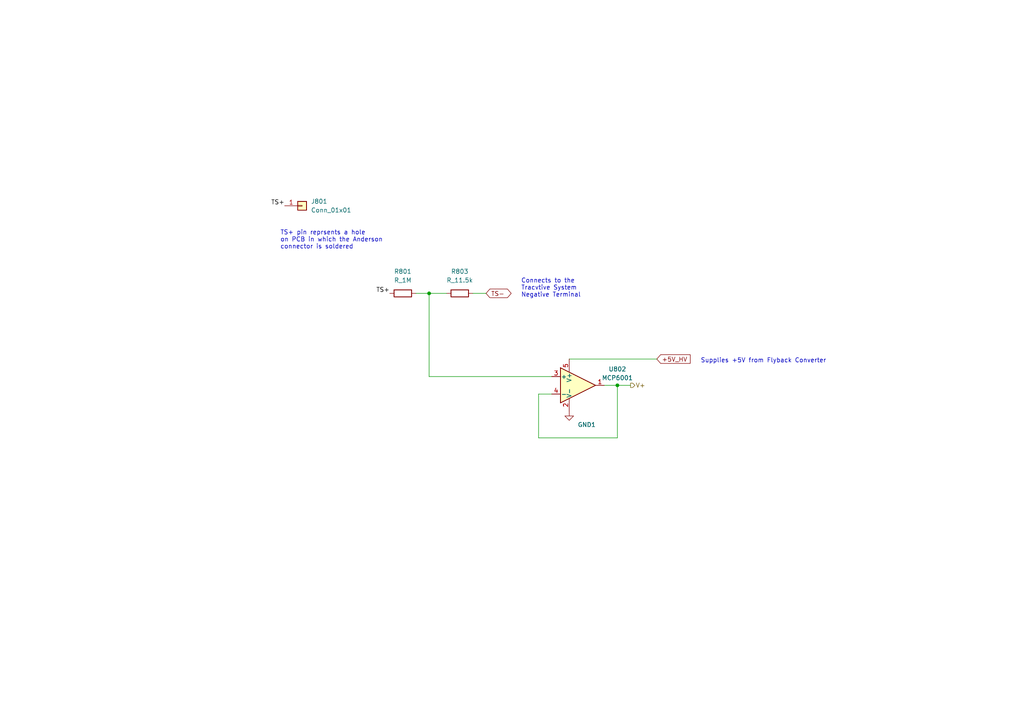
<source format=kicad_sch>
(kicad_sch (version 20211123) (generator eeschema)
  (paper "A4")
  (lib_symbols
    (symbol "Connector_Generic:Conn_01x01" (pin_names (offset 1.016) hide)
      (property "Reference" "J" (at 0 2.54 0))
      (property "Value" "Conn_01x01" (at 0 -2.54 0))
      (symbol "Conn_01x01_1_1"
        (rectangle (start -1.27 0.127) (end 0 -0.127) (stroke (width 0.1524)))
        (rectangle (start -1.27 1.27) (end 1.27 -1.27) (stroke (width 0.254)) (fill (type background)))
        (pin passive line (at -5.08 0 0) (length 3.81) (name "Pin_1") (number "1"))
      )
    )
    (symbol "Device:R" (pin_numbers hide) (pin_names (offset 0))
      (property "Reference" "R" (at 2.032 0 90))
      (property "Value" "R" (at 0 0 90))
      (symbol "R_0_1"
        (rectangle (start -1.016 -2.54) (end 1.016 2.54) (stroke (width 0.254)))
      )
      (symbol "R_1_1"
        (pin passive line (at 0 3.81 270) (length 1.27) (name "~") (number "1"))
        (pin passive line (at 0 -3.81 90) (length 1.27) (name "~") (number "2"))
      )
    )
    (symbol "OEM:MCP6001" (pin_names (offset 0.127))
      (property "Reference" "U" (at 0 5.08 0))
      (property "Value" "MCP6001" (at 0 -5.08 0))
      (symbol "MCP6001_0_1"
        (polyline (pts (xy -5.08 5.08) (xy 5.08 0) (xy -5.08 -5.08) (xy -5.08 5.08)) (stroke (width 0.254)) (fill (type background)))
        (pin power_in line (at -2.54 -7.62 90) (length 3.81) (name "V-") (number "2"))
        (pin power_in line (at -2.54 7.62 270) (length 3.81) (name "V+") (number "5"))
      )
      (symbol "MCP6001_1_1"
        (pin output line (at 7.62 0 180) (length 2.54) (name "~") (number "1"))
        (pin input line (at -7.62 2.54 0) (length 2.54) (name "+") (number "3"))
        (pin input line (at -7.62 -2.54 0) (length 2.54) (name "-") (number "4"))
      )
    )
    (symbol "formula:R_1M" (pin_numbers hide) (pin_names (offset 0))
      (property "Reference" "R" (at 2.032 0 90))
      (property "Value" "R_1M" (at 0 0 90))
      (symbol "R_1M_0_1"
        (rectangle (start -1.016 -2.54) (end 1.016 2.54) (stroke (width 0.254)))
      )
      (symbol "R_1M_1_1"
        (pin passive line (at 0 3.81 270) (length 1.27) (name "~") (number "1"))
        (pin passive line (at 0 -3.81 90) (length 1.27) (name "~") (number "2"))
      )
    )
    (symbol "power:GND1" (power) (pin_names (offset 0))
      (property "Value" "HV_GND" (at 5.08 -3.81 0))
      (symbol "GND1_0_1"
        (polyline (pts (xy 0 0) (xy 0 -1.27) (xy 1.27 -1.27) (xy 0 -2.54) (xy -1.27 -1.27) (xy 0 -1.27)))
      )
      (symbol "GND1_1_1"
        (pin power_in line (at 0 0 270) (length 0) hide (name "GND1") (number "1"))
      )
    )
  )
  (junction (at 124.46 85.09))
  (junction (at 179.07 111.76))
  (wire (pts (xy 175.26 111.76) (xy 179.07 111.76)))
  (wire (pts (xy 124.46 85.09) (xy 124.46 109.22)))
  (wire (pts (xy 179.07 111.76) (xy 179.07 127)))
  (wire (pts (xy 137.16 85.09) (xy 140.97 85.09)))
  (wire (pts (xy 179.07 111.76) (xy 182.88 111.76)))
  (wire (pts (xy 156.21 127) (xy 156.21 114.3)))
  (wire (pts (xy 179.07 127) (xy 156.21 127)))
  (wire (pts (xy 124.46 85.09) (xy 129.54 85.09)))
  (wire (pts (xy 165.1 104.14) (xy 190.5 104.14)))
  (wire (pts (xy 120.65 85.09) (xy 124.46 85.09)))
  (wire (pts (xy 156.21 114.3) (xy 160.02 114.3)))
  (wire (pts (xy 124.46 109.22) (xy 160.02 109.22)))
  (text "Supplies +5V from Flyback Converter " (at 203.2 105.41 0) (effects (font (size 1.27 1.27)) (justify left bottom)))
  (text "TS+ pin reprsents a hole \non PCB in which the Anderson \nconnector is soldered " (at 81.28 72.39 0) (effects (font (size 1.27 1.27)) (justify left bottom)))
  (text "Connects to the \nTracvtive System \nNegative Terminal " (at 151.13 86.36 0) (effects (font (size 1.27 1.27)) (justify left bottom)))
  (label "TS+" (at 113.03 85.09 180))
  (label "TS+" (at 82.55 59.69 180))
  (global_label "+5V_HV" (shape input) (at 190.5 104.14 0) (property "Intersheet References" "${INTERSHEET_REFS}" (effects hide)))
  (global_label "TS-" (shape bidirectional) (at 140.97 85.09 0) (property "Intersheet References" "${INTERSHEET_REFS}" (effects hide)))
  (hierarchical_label "V+" (shape output) (at 182.88 111.76 0))
  (symbol (lib_id "formula:R_1M") (at 116.84 85.09 90) (unit 1)
    (property "Reference" "R801" (at 116.84 78.74 90))
    (property "Value" "R_1M" (at 116.84 81.28 90))
    (property "Footprint" "footprints:R_0805_OEM" (effects hide))
    (property "Datasheet" "https://www.seielect.com/Catalog/SEI-rncp.pdf" (effects hide))
    (property "MFN" "DK" (effects hide))
    (property "MPN" "RMCF0805JT1M00CT-ND" (effects hide))
    (property "PurchasingLink" "https://www.digikey.com/product-detail/en/stackpole-electronics-inc/RMCF0805JT1M00/RMCF0805JT1M00CT-ND/1942600" (effects hide))
  )
  (symbol (lib_id "power:GND1") (at 165.1 119.38 0) (unit 1)
    (property "Reference" "#PWR?" (effects hide))
    (property "Value" "HV_GND" (at 170.18 123.19 0))
  )
  (symbol (lib_id "Device:R") (at 133.35 85.09 90) (unit 1)
    (property "Reference" "R803" (at 133.35 78.74 90))
    (property "Value" "R_11.5k" (at 133.35 81.28 90))
    (property "Footprint" "footprints:R_0805_OEM" (effects hide))
  )
  (symbol (lib_id "Connector_Generic:Conn_01x01") (at 87.63 59.69 0) (unit 1)
    (property "Reference" "J801" (at 90.17 58.4199 0) (effects (justify left)))
    (property "Value" "Conn_01x01" (at 90.17 60.9599 0) (effects (justify left)))
    (property "Footprint" "TestPoint:TestPoint_Plated_Hole_D3.0mm" (effects hide))
  )
  (symbol (lib_id "OEM:MCP6001") (at 167.64 111.76 0) (unit 1)
    (property "Reference" "U802" (at 179.07 107.061 0))
    (property "Value" "MCP6001" (at 179.07 109.601 0))
    (property "Footprint" "OEM:SOT-23-5" (effects hide))
    (property "Datasheet" "https://drive.google.com/file/d/1iRWE-V3fswHQDYF5xrmd5FSgV35ZhRNx/view?usp=share_link" (effects hide))
    (property "MPN" "MCP6001T" (effects hide))
  )
)
</source>
